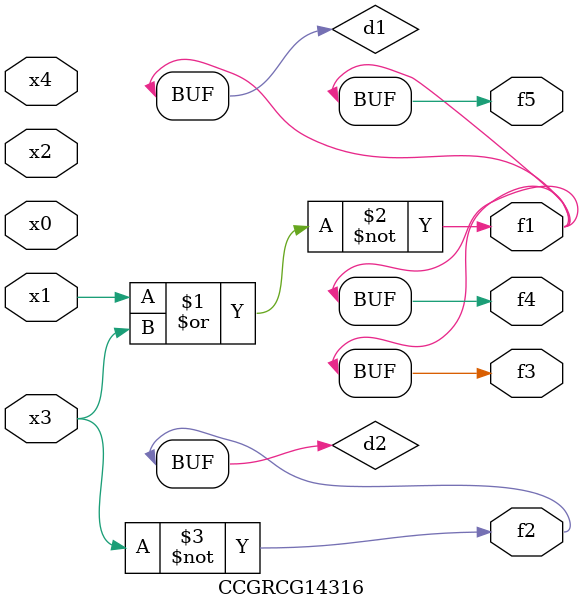
<source format=v>
module CCGRCG14316(
	input x0, x1, x2, x3, x4,
	output f1, f2, f3, f4, f5
);

	wire d1, d2;

	nor (d1, x1, x3);
	not (d2, x3);
	assign f1 = d1;
	assign f2 = d2;
	assign f3 = d1;
	assign f4 = d1;
	assign f5 = d1;
endmodule

</source>
